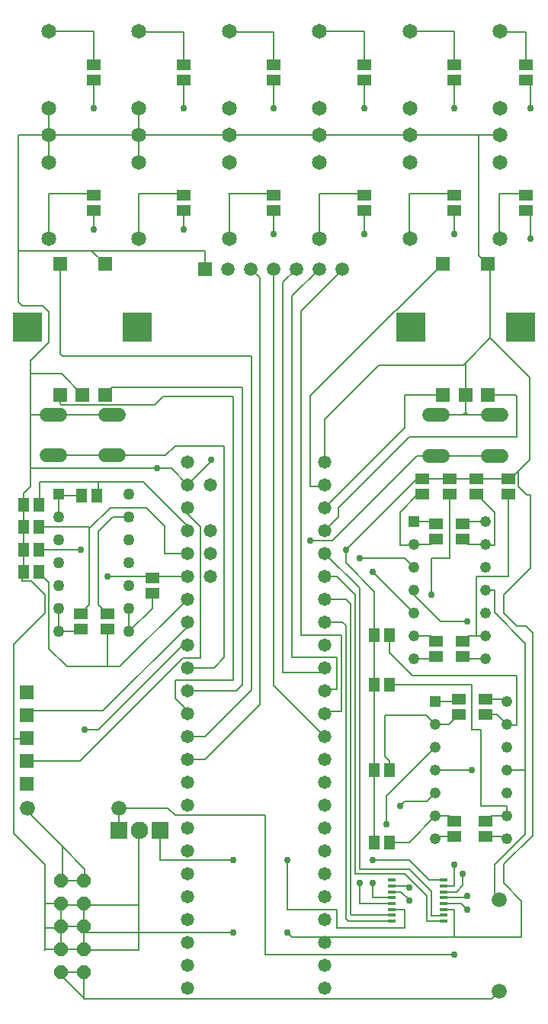
<source format=gbr>
G04 EAGLE Gerber RS-274X export*
G75*
%MOMM*%
%FSLAX34Y34*%
%LPD*%
%INBottom Copper*%
%IPPOS*%
%AMOC8*
5,1,8,0,0,1.08239X$1,22.5*%
G01*
%ADD10C,1.676400*%
%ADD11R,1.508000X1.508000*%
%ADD12R,3.216000X3.216000*%
%ADD13P,1.649562X8X112.500000*%
%ADD14C,1.473200*%
%ADD15R,1.930400X1.930400*%
%ADD16C,1.930400*%
%ADD17C,1.650000*%
%ADD18C,1.524000*%
%ADD19C,1.508000*%
%ADD20R,1.267000X1.267000*%
%ADD21C,1.267000*%
%ADD22R,0.900000X0.350000*%
%ADD23R,1.238000X1.238000*%
%ADD24C,1.238000*%
%ADD25R,1.500000X1.300000*%
%ADD26R,1.300000X1.500000*%
%ADD27C,0.152400*%
%ADD28C,0.756400*%


D10*
X26120Y222750D03*
X127720Y222750D03*
D11*
X62350Y681920D03*
X87350Y681920D03*
X112350Y681920D03*
X62350Y826920D03*
X112350Y826920D03*
D12*
X26350Y756920D03*
X148350Y756920D03*
D13*
X63310Y40450D03*
X63310Y65850D03*
X63310Y91250D03*
X63310Y116650D03*
X63310Y142050D03*
X88710Y40450D03*
X88710Y65850D03*
X88710Y91250D03*
X88710Y116650D03*
X88710Y142050D03*
D14*
X356160Y556610D03*
X356160Y531210D03*
X356160Y505810D03*
X356160Y480410D03*
X356160Y455010D03*
X356160Y429610D03*
X356160Y404210D03*
X356160Y378810D03*
X356160Y353410D03*
X356160Y328010D03*
X356160Y302610D03*
X356160Y277210D03*
X203760Y277210D03*
X203760Y302610D03*
X203760Y328010D03*
X203760Y353410D03*
X203760Y378810D03*
X203760Y404210D03*
X203760Y429610D03*
X203760Y455010D03*
X203760Y480410D03*
X203760Y505810D03*
X203760Y531210D03*
X356160Y582010D03*
X203760Y556610D03*
X203760Y582010D03*
X356160Y607410D03*
X203760Y607410D03*
X356160Y251810D03*
X203760Y251810D03*
X356160Y226410D03*
X356160Y201010D03*
X356160Y175610D03*
X356160Y150210D03*
X356160Y124810D03*
X356160Y99410D03*
X356160Y74010D03*
X356160Y48610D03*
X356160Y23210D03*
X203760Y23210D03*
X203760Y48610D03*
X203760Y74010D03*
X203760Y99410D03*
X203760Y124810D03*
X203760Y150210D03*
X203760Y175610D03*
X203760Y201010D03*
X203760Y226410D03*
X229160Y582010D03*
X229160Y531210D03*
X229160Y505810D03*
X229160Y480410D03*
D15*
X127660Y197744D03*
D16*
X150520Y197744D03*
D15*
X173380Y197744D03*
D17*
X551180Y855002D03*
X551180Y940002D03*
X551180Y970002D03*
X250190Y1085050D03*
X250190Y1000050D03*
X250190Y970050D03*
X149860Y1085050D03*
X149860Y1000050D03*
X149860Y970050D03*
X49530Y1085050D03*
X49530Y1000050D03*
X49530Y970050D03*
X450850Y855002D03*
X450850Y940002D03*
X450850Y970002D03*
X350520Y855002D03*
X350520Y940002D03*
X350520Y970002D03*
X250190Y855002D03*
X250190Y940002D03*
X250190Y970002D03*
X149860Y855002D03*
X149860Y940002D03*
X149860Y970002D03*
X49530Y855002D03*
X49530Y940002D03*
X49530Y970002D03*
X551180Y1085050D03*
X551180Y1000050D03*
X551180Y970050D03*
X450850Y1085050D03*
X450850Y1000050D03*
X450850Y970050D03*
X350520Y1085050D03*
X350520Y1000050D03*
X350520Y970050D03*
D18*
X127582Y614364D02*
X112342Y614364D01*
X112342Y659576D02*
X127582Y659576D01*
X62558Y614364D02*
X47318Y614364D01*
X47318Y659576D02*
X62558Y659576D01*
X537772Y614164D02*
X553012Y614164D01*
X553012Y659376D02*
X537772Y659376D01*
X487988Y614164D02*
X472748Y614164D01*
X472748Y659376D02*
X487988Y659376D01*
D11*
X487780Y681820D03*
X512780Y681820D03*
X537780Y681820D03*
X487780Y826820D03*
X537780Y826820D03*
D12*
X451780Y756820D03*
X573780Y756820D03*
D11*
X223250Y821600D03*
D19*
X248650Y821600D03*
X274050Y821600D03*
X299450Y821600D03*
X324850Y821600D03*
X350250Y821600D03*
X375650Y821600D03*
D20*
X60950Y571200D03*
D21*
X60950Y545800D03*
X60950Y520400D03*
X60950Y495000D03*
X60950Y469600D03*
X60950Y444200D03*
X60950Y418800D03*
X139050Y418800D03*
X139050Y444200D03*
X139050Y469600D03*
X139050Y495000D03*
X139050Y520400D03*
X139050Y545800D03*
X139050Y571200D03*
D11*
X25400Y351080D03*
X25400Y325680D03*
X25400Y300280D03*
X25400Y274880D03*
X25400Y249480D03*
D22*
X431250Y97250D03*
X431250Y103750D03*
X431250Y110250D03*
X431250Y116750D03*
X431250Y123250D03*
X431250Y129750D03*
X431250Y136250D03*
X431250Y142750D03*
X488750Y142750D03*
X488750Y136250D03*
X488750Y129750D03*
X488750Y123250D03*
X488750Y116750D03*
X488750Y110250D03*
X488750Y103750D03*
X488750Y97250D03*
D23*
X479200Y341200D03*
D24*
X479200Y315800D03*
X479200Y290400D03*
X479200Y265000D03*
X479200Y239600D03*
X479200Y214200D03*
X479200Y188800D03*
X558600Y188800D03*
X558600Y214200D03*
X558600Y239600D03*
X558600Y265000D03*
X558600Y290400D03*
X558600Y315800D03*
X558600Y341200D03*
D23*
X455300Y541200D03*
D24*
X455300Y515800D03*
X455300Y490400D03*
X455300Y465000D03*
X455300Y439600D03*
X455300Y414200D03*
X455300Y388800D03*
X534700Y388800D03*
X534700Y414200D03*
X534700Y439600D03*
X534700Y465000D03*
X534700Y490400D03*
X534700Y515800D03*
X534700Y541200D03*
D10*
X550000Y120800D03*
X550000Y19200D03*
D25*
X100000Y1031500D03*
X100000Y1048500D03*
X200000Y1048500D03*
X200000Y1031500D03*
X100000Y903500D03*
X100000Y886500D03*
X200000Y886500D03*
X200000Y903500D03*
X300000Y1031500D03*
X300000Y1048500D03*
X400000Y1031500D03*
X400000Y1048500D03*
X580000Y1031500D03*
X580000Y1048500D03*
X500000Y1031500D03*
X500000Y1048500D03*
X300000Y886500D03*
X300000Y903500D03*
X400000Y886500D03*
X400000Y903500D03*
X500000Y886500D03*
X500000Y903500D03*
X580000Y886500D03*
X580000Y903500D03*
X480000Y521500D03*
X480000Y538500D03*
X465000Y588500D03*
X465000Y571500D03*
X495000Y588500D03*
X495000Y571500D03*
X480000Y408500D03*
X480000Y391500D03*
X510000Y391500D03*
X510000Y408500D03*
X560000Y571500D03*
X560000Y588500D03*
D26*
X103500Y570000D03*
X86500Y570000D03*
D25*
X85000Y438500D03*
X85000Y421500D03*
X165000Y461500D03*
X165000Y478500D03*
X115000Y438500D03*
X115000Y421500D03*
D26*
X38500Y560000D03*
X21500Y560000D03*
X21500Y535000D03*
X38500Y535000D03*
X21500Y510000D03*
X38500Y510000D03*
X38500Y485000D03*
X21500Y485000D03*
X411500Y185000D03*
X428500Y185000D03*
X411500Y265000D03*
X428500Y265000D03*
X428500Y360000D03*
X411500Y360000D03*
X428500Y415000D03*
X411500Y415000D03*
D25*
X505000Y326500D03*
X505000Y343500D03*
X500000Y208500D03*
X500000Y191500D03*
X535000Y191500D03*
X535000Y208500D03*
X535000Y343500D03*
X535000Y326500D03*
X525000Y571500D03*
X525000Y588500D03*
X510000Y538500D03*
X510000Y521500D03*
D27*
X88710Y116650D02*
X88710Y115000D01*
X88710Y90000D01*
X88710Y85000D01*
X88710Y65850D02*
X63310Y65850D01*
X63310Y116650D01*
X64960Y115000D01*
X88710Y115000D01*
X63310Y116650D02*
X45277Y116650D01*
X10922Y194323D02*
X10922Y300000D01*
X10922Y194323D02*
X45277Y159968D01*
X25120Y300000D02*
X10922Y300000D01*
X25120Y300000D02*
X25400Y300280D01*
X45277Y439322D02*
X45277Y459968D01*
X30678Y474567D01*
X10922Y404967D02*
X10922Y300000D01*
X20433Y474567D02*
X30678Y474567D01*
X20433Y474567D02*
X20000Y475000D01*
X45277Y439322D02*
X10922Y404967D01*
X21500Y572273D02*
X29277Y580050D01*
X49716Y739893D02*
X49716Y773947D01*
X43377Y780286D01*
X49716Y739893D02*
X29277Y719454D01*
X20636Y780286D02*
X43377Y780286D01*
X20636Y780286D02*
X15922Y785000D01*
X29277Y600000D02*
X29277Y580050D01*
X29277Y600000D02*
X29277Y660000D01*
X29277Y705000D01*
X29277Y719454D01*
X15922Y785000D02*
X15922Y841727D01*
X15922Y970000D01*
X55000Y970000D01*
X54950Y970050D01*
X49530Y970050D01*
X49530Y1000050D01*
X49530Y970050D02*
X49530Y940002D01*
X49530Y970050D02*
X149860Y970050D01*
X150000Y970050D02*
X355000Y970050D01*
X450850Y970050D01*
X455000Y970050D01*
X527780Y970050D01*
X530000Y970050D02*
X551132Y970050D01*
X551180Y970002D01*
X149860Y970002D02*
X149860Y1000050D01*
X150000Y940142D02*
X149860Y940002D01*
X150000Y940142D02*
X150000Y970050D01*
X54938Y659576D02*
X29701Y659576D01*
X29277Y660000D01*
X54938Y659576D02*
X119962Y659576D01*
X119962Y654576D01*
X150520Y197744D02*
X150000Y197224D01*
X150000Y115000D01*
X90360Y115000D02*
X88710Y116650D01*
X88710Y115000D02*
X90360Y115000D01*
X150000Y115000D01*
X527780Y836820D02*
X527780Y970050D01*
X527780Y836820D02*
X537780Y826820D01*
X512780Y681820D02*
X512780Y662220D01*
X515624Y659376D02*
X545392Y659376D01*
X515624Y659376D02*
X512780Y662220D01*
X510000Y659376D02*
X515624Y659376D01*
X510000Y659376D02*
X480368Y659376D01*
X512780Y662156D02*
X512780Y681820D01*
X512780Y662156D02*
X510000Y659376D01*
X223250Y821600D02*
X223250Y841727D01*
X97543Y841727D01*
X15922Y841727D01*
X97543Y841727D02*
X112350Y826920D01*
X64270Y705000D02*
X87350Y681920D01*
X64270Y705000D02*
X29277Y705000D01*
X230000Y610000D02*
X230000Y608250D01*
X203760Y582010D01*
D28*
X230000Y610000D03*
D27*
X150000Y115000D02*
X150000Y85000D01*
D28*
X255000Y85000D03*
D27*
X150000Y85000D02*
X88710Y85000D01*
X150000Y85000D02*
X255000Y85000D01*
D28*
X315000Y85000D03*
D27*
X488750Y110250D02*
X489000Y110000D01*
X500000Y80000D02*
X320000Y80000D01*
X315000Y85000D01*
X500000Y80000D02*
X500000Y110000D01*
X488750Y110250D02*
X488500Y110000D01*
X489000Y110000D02*
X500000Y110000D01*
D28*
X380000Y510000D03*
D27*
X380000Y495000D02*
X411500Y463500D01*
X380000Y495000D02*
X380000Y510000D01*
X411500Y463500D02*
X411500Y415000D01*
X411500Y360000D01*
X411500Y265000D01*
X411500Y185000D01*
X170000Y600000D02*
X29277Y600000D01*
X170000Y600000D02*
X185770Y600000D01*
X203760Y582010D01*
X120386Y660000D02*
X119962Y659576D01*
D28*
X170000Y600000D03*
D27*
X21500Y485000D02*
X20433Y483933D01*
X20433Y474567D01*
X21500Y485000D02*
X21500Y510000D01*
X21500Y535000D01*
X21500Y560000D01*
X21500Y572273D01*
X380000Y510000D02*
X458500Y588500D01*
X465000Y588500D01*
X495000Y588500D01*
X525000Y588500D01*
X560000Y588500D01*
X150000Y970050D02*
X149860Y970050D01*
X250190Y970002D02*
X354952Y970002D01*
X355000Y970050D01*
X350520Y970002D02*
X454952Y970002D01*
X455000Y970050D01*
X584198Y701009D02*
X584198Y610000D01*
X584198Y701009D02*
X540414Y744793D01*
X540414Y824186D02*
X537780Y826820D01*
X540414Y824186D02*
X540414Y745000D01*
X540414Y744793D01*
X584198Y610000D02*
X571433Y597235D01*
X562698Y588500D01*
X560000Y588500D01*
X575000Y80000D02*
X500000Y80000D01*
X575000Y80000D02*
X575000Y119723D01*
X575032Y119723D01*
X555433Y139322D01*
X555433Y160658D01*
X587246Y192471D01*
X587246Y417754D01*
X570032Y424723D02*
X555433Y439322D01*
X555433Y459968D01*
X570032Y424723D02*
X580277Y424723D01*
X585000Y489535D02*
X585000Y570000D01*
X585000Y489535D02*
X555433Y459968D01*
X585000Y570000D02*
X584277Y570723D01*
X580760Y570723D01*
X571433Y580050D01*
X580277Y424723D02*
X587246Y417754D01*
X571433Y580050D02*
X571433Y597235D01*
X87460Y91250D02*
X63310Y91250D01*
X87460Y91250D02*
X88710Y90000D01*
X88710Y91250D02*
X88710Y65850D01*
X89560Y65000D01*
X150000Y65000D01*
X150000Y85000D01*
X63310Y65850D02*
X45850Y65850D01*
X45277Y65277D01*
X45000Y65000D01*
X45277Y65277D02*
X45277Y90000D01*
X45277Y116650D01*
X63310Y91250D02*
X62060Y90000D01*
X45277Y90000D01*
X45277Y116650D02*
X45277Y159968D01*
X512780Y681820D02*
X512780Y717366D01*
X510207Y714793D01*
X512780Y717366D02*
X540414Y745000D01*
X551180Y970050D02*
X527780Y970050D01*
X416110Y714793D02*
X356160Y654843D01*
X356160Y607410D01*
X416110Y714793D02*
X510207Y714793D01*
X88710Y142050D02*
X63310Y142050D01*
X90000Y143340D02*
X90000Y155000D01*
X90000Y143340D02*
X88710Y142050D01*
X90000Y155000D02*
X65000Y180000D01*
X26120Y218880D01*
X26120Y222750D01*
X65000Y143740D02*
X63310Y142050D01*
X65000Y143740D02*
X65000Y180000D01*
X127720Y197804D02*
X127720Y222750D01*
X127720Y197804D02*
X127660Y197744D01*
X190000Y215000D02*
X290000Y215000D01*
X290000Y60000D02*
X500000Y60000D01*
X290000Y60000D02*
X290000Y215000D01*
D28*
X500000Y60000D03*
X520000Y265000D03*
X515000Y430000D03*
D27*
X485000Y430000D01*
X455300Y459700D01*
X455300Y465000D01*
X479200Y265000D02*
X520000Y265000D01*
X182250Y222750D02*
X127720Y222750D01*
X182250Y222750D02*
X190000Y215000D01*
X173380Y197744D02*
X173380Y165000D01*
X255000Y165000D01*
D28*
X255000Y165000D03*
X315000Y165000D03*
D27*
X315000Y110000D01*
X320000Y110000D02*
X320250Y110250D01*
X320000Y110000D02*
X315000Y110000D01*
X320000Y110000D02*
X370000Y110000D01*
X370000Y90000D01*
X445000Y90000D02*
X445000Y110250D01*
X431250Y110250D01*
X445000Y90000D02*
X370000Y90000D01*
X84191Y274880D02*
X25400Y274880D01*
X203760Y549860D02*
X203760Y556610D01*
X203760Y549860D02*
X218412Y535208D01*
X218412Y389558D02*
X198869Y389558D01*
X84191Y274880D01*
X218412Y389558D02*
X218412Y535208D01*
X275000Y353850D02*
X223760Y302610D01*
X203760Y302610D01*
X275000Y353850D02*
X275000Y725000D01*
X65000Y725000D02*
X62350Y727650D01*
X62350Y826920D01*
X65000Y725000D02*
X275000Y725000D01*
X203760Y331240D02*
X203760Y328010D01*
X203760Y331240D02*
X190000Y345000D01*
X190000Y365000D01*
X255000Y365000D01*
X255000Y680000D02*
X176557Y680000D01*
X167251Y670694D01*
X63576Y670694D01*
X62350Y671920D01*
X62350Y681920D01*
X255000Y680000D02*
X255000Y365000D01*
X265000Y360000D02*
X258410Y353410D01*
X203760Y353410D01*
X265000Y360000D02*
X265000Y690000D01*
X120430Y690000D02*
X112350Y681920D01*
X120430Y690000D02*
X265000Y690000D01*
X436146Y775186D02*
X487780Y826820D01*
X436146Y775186D02*
X434753Y775186D01*
X340000Y680433D01*
X340000Y580000D01*
X354150Y580000D01*
X356160Y582010D01*
X445000Y681820D02*
X487780Y681820D01*
X445000Y645450D02*
X356160Y556610D01*
X445000Y645450D02*
X445000Y681820D01*
X568180Y681820D02*
X570000Y680000D01*
X568180Y681820D02*
X537780Y681820D01*
X570000Y680000D02*
X570000Y635000D01*
X450000Y635000D01*
X371210Y556210D01*
X371210Y546260D01*
X356160Y531210D01*
X119962Y614364D02*
X54938Y614364D01*
X119962Y614364D02*
X179364Y614364D01*
X190000Y625000D01*
X245000Y625000D01*
X245000Y390000D01*
X233810Y378810D01*
X203760Y378810D01*
X549164Y614164D02*
X550000Y615000D01*
X549164Y614164D02*
X545392Y614164D01*
X480368Y614164D01*
X459164Y614164D01*
X365000Y520000D01*
X340000Y520000D01*
D28*
X340000Y520000D03*
D27*
X284050Y811600D02*
X274050Y821600D01*
X284050Y811600D02*
X284050Y337500D01*
X223760Y277210D01*
X203760Y277210D01*
X299450Y359320D02*
X299450Y821600D01*
X299450Y359320D02*
X356160Y302610D01*
X375650Y820650D02*
X375650Y821600D01*
X375650Y820650D02*
X330000Y775000D01*
X330000Y414558D01*
X375000Y414558D01*
X358150Y330000D02*
X356160Y328010D01*
X358150Y330000D02*
X375000Y330000D01*
X375000Y414558D01*
X320250Y791600D02*
X350250Y821600D01*
X320250Y791600D02*
X320250Y630250D01*
X320000Y630000D01*
X320000Y390000D02*
X370000Y390000D01*
X370000Y355000D01*
X357750Y355000D01*
X356160Y353410D01*
X320000Y390000D02*
X320000Y630000D01*
X309850Y806600D02*
X324850Y821600D01*
X309850Y806600D02*
X309850Y373810D01*
X351160Y373810D02*
X356160Y378810D01*
X351160Y373810D02*
X309850Y373810D01*
D28*
X410000Y165000D03*
D27*
X472250Y142750D02*
X488750Y142750D01*
X472250Y142750D02*
X450000Y165000D01*
X410000Y165000D01*
X380000Y425770D02*
X376160Y429610D01*
X356160Y429610D01*
X380000Y425770D02*
X380000Y100000D01*
X382750Y97250D01*
X431250Y97250D01*
X379990Y455010D02*
X356160Y455010D01*
X379990Y455010D02*
X385000Y450000D01*
X385000Y105000D01*
X386250Y103750D02*
X431250Y103750D01*
X386250Y103750D02*
X385000Y105000D01*
X369590Y480410D02*
X356160Y480410D01*
X369590Y480410D02*
X390000Y460000D01*
X390000Y150000D01*
X445000Y150000D01*
X470000Y125000D01*
X470000Y97100D01*
X488600Y97100D01*
X488750Y97250D01*
X395000Y466970D02*
X356160Y505810D01*
X395000Y466970D02*
X395000Y155000D01*
X450000Y155000D01*
X475000Y130000D01*
X475000Y103500D01*
X488500Y103500D02*
X488750Y103750D01*
X488500Y103500D02*
X475000Y103500D01*
X38500Y555000D02*
X38500Y560000D01*
X202550Y530000D02*
X203760Y531210D01*
X203760Y536210D01*
X154970Y585000D01*
X40000Y561500D02*
X38500Y560000D01*
X40000Y561500D02*
X40000Y585000D01*
X105000Y585000D01*
X154970Y585000D01*
X105000Y585000D02*
X105000Y570000D01*
X103500Y570000D01*
X39189Y535000D02*
X38500Y535000D01*
X39189Y535000D02*
X42237Y531952D01*
X95000Y533250D02*
X95000Y448500D01*
X178760Y505810D02*
X178760Y535810D01*
X178760Y505810D02*
X203760Y505810D01*
X178760Y535810D02*
X158225Y556345D01*
X95000Y535000D02*
X38500Y535000D01*
X95000Y535000D02*
X95000Y533250D01*
X95000Y448500D02*
X85000Y438500D01*
X95000Y533250D02*
X118095Y556345D01*
X158225Y556345D01*
X165000Y478500D02*
X163250Y476750D01*
X160750Y479250D02*
X161910Y480410D01*
X203760Y480410D01*
X40000Y509800D02*
X38700Y509800D01*
X38500Y510000D02*
X39800Y510000D01*
X40000Y509800D01*
X38500Y510000D02*
X85000Y510000D01*
D28*
X85000Y510000D03*
X115000Y480000D03*
D27*
X160000Y480000D01*
X160750Y479250D01*
X163250Y476750D01*
X50000Y473500D02*
X38500Y485000D01*
X50000Y473500D02*
X50000Y400000D01*
X115000Y391500D02*
X115000Y421500D01*
X70000Y380000D02*
X50000Y400000D01*
X70000Y380000D02*
X115000Y380000D01*
X115000Y421500D01*
X115000Y380000D02*
X128750Y380000D01*
X203760Y455010D01*
X109830Y330680D02*
X30400Y330680D01*
X25400Y325680D01*
X203760Y424610D02*
X203760Y429610D01*
X203760Y424610D02*
X109830Y330680D01*
X198760Y404210D02*
X203760Y404210D01*
D28*
X90000Y310000D03*
D27*
X104550Y310000D01*
X198760Y404210D01*
X60950Y418800D02*
X60950Y444200D01*
X81500Y421500D02*
X85000Y421500D01*
X81500Y421500D02*
X78800Y418800D01*
X60950Y418800D01*
X105000Y448500D02*
X105000Y530000D01*
X105000Y448500D02*
X115000Y438500D01*
X120800Y545800D02*
X139050Y545800D01*
X120800Y545800D02*
X105000Y530000D01*
X139050Y444200D02*
X139050Y418800D01*
X165000Y444750D02*
X165000Y461500D01*
X165000Y444750D02*
X139050Y418800D01*
X100000Y1000000D02*
X100000Y1031500D01*
D28*
X100000Y1000000D03*
D27*
X60950Y571200D02*
X60950Y545800D01*
X62150Y570000D02*
X60950Y571200D01*
X62150Y570000D02*
X86500Y570000D01*
X99950Y1085050D02*
X49530Y1085050D01*
X99950Y1085050D02*
X100000Y1085000D01*
X100000Y1048500D01*
X149860Y1085050D02*
X149910Y1085000D01*
X200000Y1085000D01*
X200000Y1048500D01*
X200000Y1031500D02*
X200000Y1000000D01*
D28*
X200000Y1000000D03*
D27*
X100000Y886500D02*
X100000Y865000D01*
D28*
X100000Y865000D03*
D27*
X50000Y855472D02*
X49530Y855002D01*
X50000Y855472D02*
X50000Y905000D01*
X98500Y905000D01*
X100000Y903500D01*
X149860Y855002D02*
X150000Y855142D01*
X150000Y905000D01*
X198500Y905000D01*
X200000Y903500D01*
X200000Y886500D02*
X200000Y865000D01*
D28*
X200000Y865000D03*
D27*
X395000Y116750D02*
X431250Y116750D01*
X395000Y116750D02*
X395000Y140000D01*
D28*
X395000Y140000D03*
X425000Y205000D03*
D27*
X425000Y236200D01*
X479200Y290400D01*
X441250Y129750D02*
X450000Y121000D01*
X441250Y129750D02*
X431250Y129750D01*
X450000Y121000D02*
X450000Y120000D01*
D28*
X450000Y120000D03*
D27*
X488750Y116750D02*
X508250Y116750D01*
X515000Y110000D01*
D28*
X515000Y110000D03*
X395000Y500000D03*
D27*
X395400Y500400D02*
X445300Y500400D01*
X395400Y500400D02*
X395000Y500000D01*
X445300Y500400D02*
X455300Y490400D01*
D28*
X510000Y150000D03*
D27*
X509948Y149948D01*
X509948Y136887D01*
X502811Y129750D01*
X488750Y129750D01*
X431250Y123250D02*
X410000Y123250D01*
X410000Y140000D01*
D28*
X410000Y140000D03*
X440000Y225000D03*
D27*
X445000Y230000D01*
X469600Y230000D02*
X479200Y239600D01*
X469600Y230000D02*
X445000Y230000D01*
X448750Y136250D02*
X431250Y136250D01*
X448750Y136250D02*
X450000Y135000D01*
D28*
X450000Y135000D03*
D27*
X488750Y123250D02*
X513250Y123250D01*
X515000Y125000D01*
D28*
X515000Y125000D03*
X410000Y485000D03*
D27*
X410000Y484900D01*
X455300Y439600D01*
X488750Y136250D02*
X500000Y136250D01*
X500000Y160000D01*
D28*
X500000Y160000D03*
D27*
X500000Y191500D02*
X481900Y191500D01*
X479200Y188800D01*
X400000Y860000D02*
X400000Y886500D01*
D28*
X400000Y860000D03*
D27*
X479200Y214200D02*
X494300Y214200D01*
X500000Y208500D01*
X479200Y214200D02*
X450000Y185000D01*
X428500Y185000D01*
X350520Y855002D02*
X350520Y904480D01*
X350000Y905000D01*
X398500Y905000D01*
X400000Y903500D01*
X540700Y214200D02*
X535000Y208500D01*
X540700Y214200D02*
X558600Y214200D01*
X520000Y360000D02*
X428500Y360000D01*
X520000Y360000D02*
X520000Y310000D01*
X530000Y225000D02*
X558600Y225000D01*
X558600Y214200D01*
X530000Y310000D02*
X520000Y310000D01*
X530000Y310000D02*
X530000Y225000D01*
X450000Y855852D02*
X450000Y905000D01*
X450000Y855852D02*
X450850Y855002D01*
X450000Y905000D02*
X498500Y905000D01*
X500000Y903500D01*
X555900Y191500D02*
X558600Y188800D01*
X555900Y191500D02*
X535000Y191500D01*
X500000Y860000D02*
X500000Y886500D01*
D28*
X500000Y860000D03*
D27*
X423500Y325800D02*
X423500Y280000D01*
X428500Y275000D02*
X428500Y265000D01*
X428500Y275000D02*
X423500Y280000D01*
X469200Y325800D02*
X479200Y315800D01*
X469200Y325800D02*
X423500Y325800D01*
X479200Y315800D02*
X494300Y315800D01*
X505000Y326500D01*
X502700Y341200D02*
X479200Y341200D01*
X502700Y341200D02*
X505000Y343500D01*
X300000Y860000D02*
X300000Y886500D01*
D28*
X300000Y860000D03*
D27*
X535000Y326500D02*
X547900Y326500D01*
X558600Y315800D01*
X453500Y370000D02*
X428500Y395000D01*
X428500Y415000D01*
X453500Y370000D02*
X570000Y370000D01*
X570000Y315000D01*
X559400Y315000D01*
X558600Y315800D01*
X556300Y343500D02*
X535000Y343500D01*
X556300Y343500D02*
X558600Y341200D01*
X585000Y881500D02*
X580000Y886500D01*
X585000Y881500D02*
X585000Y855000D01*
D28*
X585000Y855000D03*
D27*
X250190Y855002D02*
X250190Y904810D01*
X250000Y905000D01*
X298500Y905000D01*
X300000Y903500D01*
X550000Y905000D02*
X550000Y856182D01*
X551180Y855002D01*
X550000Y905000D02*
X578500Y905000D01*
X580000Y903500D01*
X579198Y193733D02*
X545433Y159968D01*
X545433Y121233D01*
X545866Y120800D02*
X550000Y120800D01*
X545866Y120800D02*
X545433Y121233D01*
X579198Y193733D02*
X579198Y265000D01*
X558600Y265000D01*
X579198Y265000D02*
X579198Y405802D01*
X545000Y440000D02*
X545000Y464700D01*
X545000Y440000D02*
X579198Y405802D01*
X545000Y464700D02*
X544700Y465000D01*
X534700Y465000D01*
X88710Y40450D02*
X63310Y40450D01*
X541722Y10922D02*
X550000Y19200D01*
X88710Y10922D02*
X88710Y40450D01*
X90000Y10922D02*
X541722Y10922D01*
X90000Y10922D02*
X88710Y10922D01*
X90000Y10922D02*
X63310Y37612D01*
X63310Y40450D01*
X455300Y515800D02*
X474300Y515800D01*
X480000Y521500D01*
X465000Y571500D02*
X460000Y571500D01*
X440000Y551500D01*
X440000Y515000D01*
X454500Y515000D01*
X455300Y515800D01*
X455300Y541200D02*
X477300Y541200D01*
X480000Y538500D01*
X300000Y1000000D02*
X300000Y1031500D01*
D28*
X300000Y1000000D03*
D27*
X250240Y1085000D02*
X250190Y1085050D01*
X250240Y1085000D02*
X300000Y1085000D01*
X300000Y1048500D01*
X455300Y388800D02*
X477300Y388800D01*
X480000Y391500D01*
X400000Y1000000D02*
X400000Y1031500D01*
D28*
X400000Y1000000D03*
D27*
X455300Y414200D02*
X474300Y414200D01*
X480000Y408500D01*
X495000Y500000D02*
X495000Y571500D01*
X495000Y500000D02*
X475000Y500000D01*
X475000Y460000D01*
X475000Y458900D01*
D28*
X475000Y460000D03*
D27*
X399950Y1085050D02*
X350520Y1085050D01*
X399950Y1085050D02*
X400000Y1085000D01*
X400000Y1048500D01*
X525000Y414200D02*
X534700Y414200D01*
X525000Y414200D02*
X515700Y414200D01*
X510000Y408500D01*
X560000Y480000D02*
X560000Y571500D01*
X534700Y414700D02*
X534700Y414200D01*
X525000Y480000D02*
X560000Y480000D01*
X525000Y480000D02*
X525000Y414200D01*
X534700Y388800D02*
X512700Y388800D01*
X510000Y391500D01*
X500000Y1000000D02*
X500000Y1031500D01*
D28*
X500000Y1000000D03*
D27*
X499950Y1085050D02*
X450850Y1085050D01*
X499950Y1085050D02*
X500000Y1085000D01*
X500000Y1048500D01*
X515700Y515800D02*
X534700Y515800D01*
X515700Y515800D02*
X510000Y521500D01*
X545000Y551500D02*
X525000Y571500D01*
X545000Y551500D02*
X545000Y515000D01*
X535500Y515000D01*
X534700Y515800D01*
X534700Y541200D02*
X512700Y541200D01*
X510000Y538500D01*
X585000Y1026500D02*
X580000Y1031500D01*
X585000Y1026500D02*
X585000Y1000000D01*
D28*
X585000Y1000000D03*
D27*
X551230Y1085000D02*
X551180Y1085050D01*
X551230Y1085000D02*
X580000Y1085000D01*
X580000Y1048500D01*
M02*

</source>
